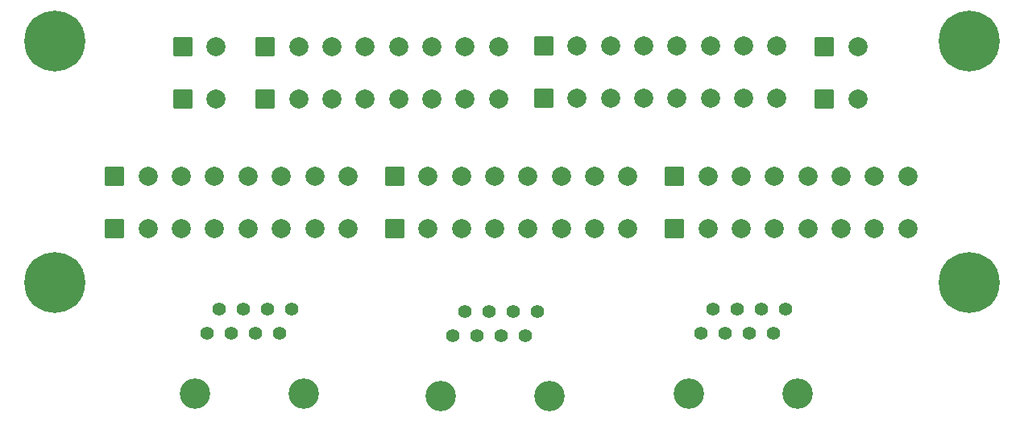
<source format=gbr>
%TF.GenerationSoftware,KiCad,Pcbnew,7.0.7*%
%TF.CreationDate,2024-06-02T15:26:59-07:00*%
%TF.ProjectId,AnalogBox,416e616c-6f67-4426-9f78-2e6b69636164,rev?*%
%TF.SameCoordinates,Original*%
%TF.FileFunction,Soldermask,Top*%
%TF.FilePolarity,Negative*%
%FSLAX46Y46*%
G04 Gerber Fmt 4.6, Leading zero omitted, Abs format (unit mm)*
G04 Created by KiCad (PCBNEW 7.0.7) date 2024-06-02 15:26:59*
%MOMM*%
%LPD*%
G01*
G04 APERTURE LIST*
G04 Aperture macros list*
%AMRoundRect*
0 Rectangle with rounded corners*
0 $1 Rounding radius*
0 $2 $3 $4 $5 $6 $7 $8 $9 X,Y pos of 4 corners*
0 Add a 4 corners polygon primitive as box body*
4,1,4,$2,$3,$4,$5,$6,$7,$8,$9,$2,$3,0*
0 Add four circle primitives for the rounded corners*
1,1,$1+$1,$2,$3*
1,1,$1+$1,$4,$5*
1,1,$1+$1,$6,$7*
1,1,$1+$1,$8,$9*
0 Add four rect primitives between the rounded corners*
20,1,$1+$1,$2,$3,$4,$5,0*
20,1,$1+$1,$4,$5,$6,$7,0*
20,1,$1+$1,$6,$7,$8,$9,0*
20,1,$1+$1,$8,$9,$2,$3,0*%
G04 Aperture macros list end*
%ADD10C,1.397000*%
%ADD11C,3.200400*%
%ADD12C,3.600000*%
%ADD13C,6.400000*%
%ADD14RoundRect,0.102000X-0.900000X-0.900000X0.900000X-0.900000X0.900000X0.900000X-0.900000X0.900000X0*%
%ADD15C,2.004000*%
G04 APERTURE END LIST*
D10*
%TO.C,J8*%
X157099900Y-119124600D03*
X158369900Y-116584600D03*
X159639900Y-119124600D03*
X160909900Y-116584600D03*
X162179900Y-119124600D03*
X163449900Y-116584600D03*
X164719900Y-119124600D03*
X165989900Y-116584600D03*
D11*
X155829900Y-125474600D03*
X167259900Y-125474600D03*
%TD*%
D12*
%TO.C,H4*%
X185310000Y-113750000D03*
D13*
X185310000Y-113750000D03*
%TD*%
D12*
%TO.C,H1*%
X89200000Y-88350000D03*
D13*
X89200000Y-88350000D03*
%TD*%
D10*
%TO.C,J5*%
X105180000Y-119130000D03*
X106450000Y-116590000D03*
X107720000Y-119130000D03*
X108990000Y-116590000D03*
X110260000Y-119130000D03*
X111530000Y-116590000D03*
X112800000Y-119130000D03*
X114070000Y-116590000D03*
D11*
X103910000Y-125480000D03*
X115340000Y-125480000D03*
%TD*%
D14*
%TO.C,J10*%
X170080000Y-88962500D03*
X170080000Y-94462500D03*
D15*
X173580000Y-88962500D03*
X173580000Y-94462500D03*
%TD*%
D12*
%TO.C,H2*%
X89200000Y-113750000D03*
D13*
X89200000Y-113750000D03*
%TD*%
D14*
%TO.C,J3*%
X124930000Y-102640000D03*
X124930000Y-108140000D03*
D15*
X128430000Y-102640000D03*
X128430000Y-108140000D03*
X131930000Y-102640000D03*
X131930000Y-108140000D03*
X135430000Y-102640000D03*
X135430000Y-108140000D03*
X138930000Y-102640000D03*
X138930000Y-108140000D03*
X142430000Y-102640000D03*
X142430000Y-108140000D03*
X145930000Y-102640000D03*
X145930000Y-108140000D03*
X149430000Y-102640000D03*
X149430000Y-108140000D03*
%TD*%
D14*
%TO.C,J7*%
X140590000Y-88940000D03*
X140590000Y-94440000D03*
D15*
X144090000Y-88940000D03*
X144090000Y-94440000D03*
X147590000Y-88940000D03*
X147590000Y-94440000D03*
X151090000Y-88940000D03*
X151090000Y-94440000D03*
X154590000Y-88940000D03*
X154590000Y-94440000D03*
X158090000Y-88940000D03*
X158090000Y-94440000D03*
X161590000Y-88940000D03*
X161590000Y-94440000D03*
X165090000Y-88940000D03*
X165090000Y-94440000D03*
%TD*%
D14*
%TO.C,J9*%
X154320000Y-102640000D03*
X154320000Y-108140000D03*
D15*
X157820000Y-102640000D03*
X157820000Y-108140000D03*
X161320000Y-102640000D03*
X161320000Y-108140000D03*
X164820000Y-102640000D03*
X164820000Y-108140000D03*
X168320000Y-102640000D03*
X168320000Y-108140000D03*
X171820000Y-102640000D03*
X171820000Y-108140000D03*
X175320000Y-102640000D03*
X175320000Y-108140000D03*
X178820000Y-102640000D03*
X178820000Y-108140000D03*
%TD*%
D12*
%TO.C,H3*%
X185310000Y-88350000D03*
D13*
X185310000Y-88350000D03*
%TD*%
D14*
%TO.C,J6*%
X102640000Y-88952500D03*
X102640000Y-94452500D03*
D15*
X106140000Y-88952500D03*
X106140000Y-94452500D03*
%TD*%
D10*
%TO.C,J1*%
X131020000Y-119350000D03*
X132290000Y-116810000D03*
X133560000Y-119350000D03*
X134830000Y-116810000D03*
X136100000Y-119350000D03*
X137370000Y-116810000D03*
X138640000Y-119350000D03*
X139910000Y-116810000D03*
D11*
X129750000Y-125700000D03*
X141180000Y-125700000D03*
%TD*%
D14*
%TO.C,J4*%
X111310000Y-88990000D03*
X111310000Y-94490000D03*
D15*
X114810000Y-88990000D03*
X114810000Y-94490000D03*
X118310000Y-88990000D03*
X118310000Y-94490000D03*
X121810000Y-88990000D03*
X121810000Y-94490000D03*
X125310000Y-88990000D03*
X125310000Y-94490000D03*
X128810000Y-88990000D03*
X128810000Y-94490000D03*
X132310000Y-88990000D03*
X132310000Y-94490000D03*
X135810000Y-88990000D03*
X135810000Y-94490000D03*
%TD*%
D14*
%TO.C,J2*%
X95500000Y-102650000D03*
X95500000Y-108150000D03*
D15*
X99000000Y-102650000D03*
X99000000Y-108150000D03*
X102500000Y-102650000D03*
X102500000Y-108150000D03*
X106000000Y-102650000D03*
X106000000Y-108150000D03*
X109500000Y-102650000D03*
X109500000Y-108150000D03*
X113000000Y-102650000D03*
X113000000Y-108150000D03*
X116500000Y-102650000D03*
X116500000Y-108150000D03*
X120000000Y-102650000D03*
X120000000Y-108150000D03*
%TD*%
M02*

</source>
